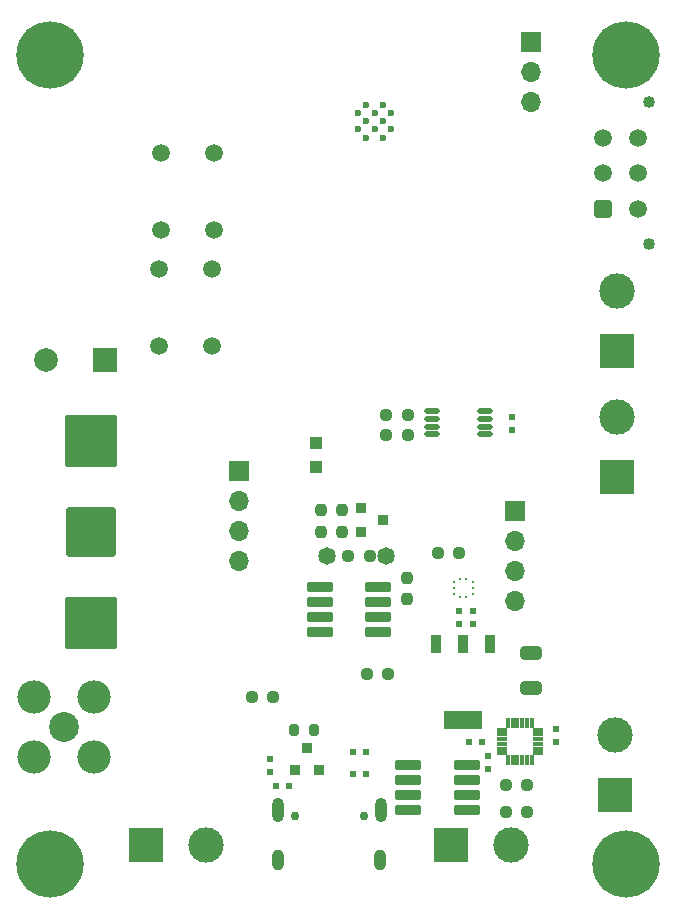
<source format=gbr>
%TF.GenerationSoftware,KiCad,Pcbnew,8.0.5*%
%TF.CreationDate,2025-03-30T22:56:12-04:00*%
%TF.ProjectId,TR3V4,54523356-342e-46b6-9963-61645f706362,rev?*%
%TF.SameCoordinates,Original*%
%TF.FileFunction,Soldermask,Bot*%
%TF.FilePolarity,Negative*%
%FSLAX46Y46*%
G04 Gerber Fmt 4.6, Leading zero omitted, Abs format (unit mm)*
G04 Created by KiCad (PCBNEW 8.0.5) date 2025-03-30 22:56:12*
%MOMM*%
%LPD*%
G01*
G04 APERTURE LIST*
G04 Aperture macros list*
%AMRoundRect*
0 Rectangle with rounded corners*
0 $1 Rounding radius*
0 $2 $3 $4 $5 $6 $7 $8 $9 X,Y pos of 4 corners*
0 Add a 4 corners polygon primitive as box body*
4,1,4,$2,$3,$4,$5,$6,$7,$8,$9,$2,$3,0*
0 Add four circle primitives for the rounded corners*
1,1,$1+$1,$2,$3*
1,1,$1+$1,$4,$5*
1,1,$1+$1,$6,$7*
1,1,$1+$1,$8,$9*
0 Add four rect primitives between the rounded corners*
20,1,$1+$1,$2,$3,$4,$5,0*
20,1,$1+$1,$4,$5,$6,$7,0*
20,1,$1+$1,$6,$7,$8,$9,0*
20,1,$1+$1,$8,$9,$2,$3,0*%
G04 Aperture macros list end*
%ADD10R,3.000000X3.000000*%
%ADD11C,3.000000*%
%ADD12RoundRect,0.237500X0.237500X-0.250000X0.237500X0.250000X-0.237500X0.250000X-0.237500X-0.250000X0*%
%ADD13RoundRect,0.056280X1.030720X0.345720X-1.030720X0.345720X-1.030720X-0.345720X1.030720X-0.345720X0*%
%ADD14C,5.700000*%
%ADD15C,1.484000*%
%ADD16R,1.000000X1.000000*%
%ADD17O,1.000000X1.800000*%
%ADD18O,1.000000X2.100000*%
%ADD19C,0.750000*%
%ADD20C,1.020000*%
%ADD21RoundRect,0.250001X0.499999X-0.499999X0.499999X0.499999X-0.499999X0.499999X-0.499999X-0.499999X0*%
%ADD22C,1.500000*%
%ADD23R,1.700000X1.700000*%
%ADD24O,1.700000X1.700000*%
%ADD25C,0.600000*%
%ADD26R,2.000000X2.000000*%
%ADD27C,2.000000*%
%ADD28C,1.498600*%
%ADD29C,2.529000*%
%ADD30C,2.829000*%
%ADD31O,1.350000X0.449999*%
%ADD32RoundRect,0.237500X0.250000X0.237500X-0.250000X0.237500X-0.250000X-0.237500X0.250000X-0.237500X0*%
%ADD33RoundRect,0.102000X-1.980000X1.980000X-1.980000X-1.980000X1.980000X-1.980000X1.980000X1.980000X0*%
%ADD34RoundRect,0.102000X-2.085000X2.085000X-2.085000X-2.085000X2.085000X-2.085000X2.085000X2.085000X0*%
%ADD35RoundRect,0.049250X0.147750X-0.372750X0.147750X0.372750X-0.147750X0.372750X-0.147750X-0.372750X0*%
%ADD36RoundRect,0.049250X0.147750X-0.375250X0.147750X0.375250X-0.147750X0.375250X-0.147750X-0.375250X0*%
%ADD37RoundRect,0.049250X0.147750X-0.370250X0.147750X0.370250X-0.147750X0.370250X-0.147750X-0.370250X0*%
%ADD38RoundRect,0.048000X0.144000X-0.374000X0.144000X0.374000X-0.144000X0.374000X-0.144000X-0.374000X0*%
%ADD39RoundRect,0.048000X0.374000X-0.144000X0.374000X0.144000X-0.374000X0.144000X-0.374000X-0.144000X0*%
%ADD40RoundRect,0.049250X0.372750X-0.147750X0.372750X0.147750X-0.372750X0.147750X-0.372750X-0.147750X0*%
%ADD41RoundRect,0.049250X0.370250X-0.147750X0.370250X0.147750X-0.370250X0.147750X-0.370250X-0.147750X0*%
%ADD42RoundRect,0.050500X0.151500X-0.371500X0.151500X0.371500X-0.151500X0.371500X-0.151500X-0.371500X0*%
%ADD43R,0.254000X0.279400*%
%ADD44R,0.254000X0.254000*%
%ADD45R,0.500000X0.605600*%
%ADD46RoundRect,0.237500X-0.237500X0.250000X-0.237500X-0.250000X0.237500X-0.250000X0.237500X0.250000X0*%
%ADD47R,0.889000X0.812800*%
%ADD48RoundRect,0.200000X-0.200000X-0.275000X0.200000X-0.275000X0.200000X0.275000X-0.200000X0.275000X0*%
%ADD49R,0.605600X0.500000*%
%ADD50RoundRect,0.237500X-0.250000X-0.237500X0.250000X-0.237500X0.250000X0.237500X-0.250000X0.237500X0*%
%ADD51R,0.900800X1.549400*%
%ADD52R,3.200400X1.549400*%
%ADD53RoundRect,0.250000X-0.650000X0.325000X-0.650000X-0.325000X0.650000X-0.325000X0.650000X0.325000X0*%
%ADD54R,0.609600X0.508000*%
%ADD55R,0.812800X0.889000*%
G04 APERTURE END LIST*
D10*
%TO.C,J5*%
X191008000Y-77216000D03*
D11*
X191008000Y-72136000D03*
%TD*%
D12*
%TO.C,R3*%
X173228000Y-98194500D03*
X173228000Y-96369500D03*
%TD*%
D13*
%TO.C,Q8*%
X170812000Y-97155000D03*
X170812000Y-98425000D03*
X170812000Y-99695000D03*
X170812000Y-100965000D03*
X165862000Y-100965000D03*
X165862000Y-99695000D03*
X165862000Y-98425000D03*
X165862000Y-97155000D03*
%TD*%
D14*
%TO.C,*%
X143000000Y-52130000D03*
%TD*%
D15*
%TO.C,LS1*%
X166450000Y-94500000D03*
X171450000Y-94500000D03*
%TD*%
D16*
%TO.C,TX2*%
X165500000Y-87000000D03*
%TD*%
D17*
%TO.C,J2*%
X162359996Y-120250000D03*
X171000000Y-120250000D03*
D18*
X162347347Y-116070000D03*
X171037649Y-116073350D03*
D19*
X163789998Y-116561600D03*
X169569998Y-116561600D03*
%TD*%
D20*
%TO.C,J6*%
X193750000Y-68134000D03*
X193750000Y-56134000D03*
D21*
X189810000Y-65134000D03*
D22*
X189810000Y-62134000D03*
X189810000Y-59134000D03*
X192810000Y-65134000D03*
X192810000Y-62134000D03*
X192810000Y-59134000D03*
%TD*%
D14*
%TO.C,*%
X191800000Y-120650000D03*
%TD*%
D23*
%TO.C,J3*%
X183750000Y-51042000D03*
D24*
X183750000Y-53582000D03*
X183750000Y-56122000D03*
%TD*%
D16*
%TO.C,RX2*%
X165500000Y-85000000D03*
%TD*%
D10*
%TO.C,SW1*%
X176990583Y-118970001D03*
D11*
X182070583Y-118970001D03*
%TD*%
D25*
%TO.C,U11*%
X169112000Y-57022000D03*
X169112000Y-58422000D03*
X169812000Y-56322000D03*
X169812000Y-57722000D03*
X169812000Y-59122000D03*
X170512000Y-57022000D03*
X170512000Y-58422000D03*
X171212000Y-56322000D03*
X171212000Y-57722000D03*
X171212000Y-59122000D03*
X171912000Y-57022000D03*
X171912000Y-58422000D03*
%TD*%
D26*
%TO.C,C3*%
X147655677Y-77978000D03*
D27*
X142655677Y-77978000D03*
%TD*%
D28*
%TO.C,SW4*%
X152390417Y-60412000D03*
X156890418Y-66912002D03*
X156890418Y-60412000D03*
X152390417Y-66912002D03*
%TD*%
D23*
%TO.C,J7*%
X159004000Y-87376000D03*
D24*
X159004000Y-89916000D03*
X159004000Y-92456000D03*
X159004000Y-94996000D03*
%TD*%
D14*
%TO.C,*%
X143000000Y-120650000D03*
%TD*%
D29*
%TO.C,AE1*%
X144210000Y-109021800D03*
D30*
X141670000Y-106481800D03*
X146750000Y-106481800D03*
X141670000Y-111561800D03*
X146750000Y-111561800D03*
%TD*%
D10*
%TO.C,J4*%
X190881000Y-114808000D03*
D11*
X190881000Y-109728000D03*
%TD*%
D10*
%TO.C,J1*%
X151170000Y-119000000D03*
D11*
X156250000Y-119000000D03*
%TD*%
D14*
%TO.C,*%
X191800000Y-52130000D03*
%TD*%
D28*
%TO.C,SW2*%
X156750000Y-70250000D03*
X156750000Y-76750002D03*
X152249999Y-70250000D03*
X152249999Y-76750002D03*
%TD*%
D31*
%TO.C,U9*%
X179832000Y-84246001D03*
X179832000Y-83596000D03*
X179832000Y-82946001D03*
X179832000Y-82296000D03*
X175381999Y-82296000D03*
X175381999Y-82946001D03*
X175381999Y-83596000D03*
X175381999Y-84246001D03*
%TD*%
D32*
%TO.C,R29*%
X177662500Y-94250000D03*
X175837500Y-94250000D03*
%TD*%
D12*
%TO.C,R4*%
X166000000Y-92500000D03*
X166000000Y-90675000D03*
%TD*%
D33*
%TO.C,BT1*%
X146500000Y-92500000D03*
D34*
X146500000Y-84815000D03*
X146500000Y-100185000D03*
%TD*%
D13*
%TO.C,Q6*%
X178300000Y-112200000D03*
X178300000Y-113470000D03*
X178300000Y-114740000D03*
X178300000Y-116010000D03*
X173350000Y-116010000D03*
X173350000Y-114740000D03*
X173350000Y-113470000D03*
X173350000Y-112200000D03*
%TD*%
D35*
%TO.C,U5*%
X183792500Y-111790000D03*
D36*
X183392500Y-111787500D03*
D35*
X182992500Y-111790000D03*
X182592500Y-111790000D03*
D37*
X182192500Y-111792500D03*
D38*
X181797500Y-111790000D03*
D39*
X181252500Y-111245000D03*
D40*
X181252500Y-110850000D03*
X181252500Y-110450000D03*
X181252500Y-110050000D03*
X181252500Y-109650000D03*
D41*
X181250000Y-109250000D03*
D35*
X181792500Y-108700000D03*
D36*
X182192500Y-108697500D03*
D37*
X182592500Y-108702500D03*
D38*
X182987500Y-108700000D03*
D42*
X183387500Y-108700000D03*
D38*
X183787500Y-108700000D03*
D40*
X184342500Y-109240000D03*
X184342500Y-109640000D03*
X184342500Y-110040000D03*
X184342500Y-110440000D03*
X184342500Y-110840000D03*
X184342500Y-111240000D03*
%TD*%
D43*
%TO.C,U8*%
X178273001Y-98010300D03*
X177773001Y-98010300D03*
D44*
X177250000Y-97749998D03*
X177250000Y-97249999D03*
X177250000Y-96750000D03*
D43*
X177773001Y-96489698D03*
X178273001Y-96489698D03*
D44*
X178796002Y-96750000D03*
X178796002Y-97249999D03*
X178796002Y-97749998D03*
%TD*%
D45*
%TO.C,C8*%
X161688798Y-112816600D03*
X161688798Y-111711000D03*
%TD*%
D46*
%TO.C,R5*%
X167750000Y-90675000D03*
X167750000Y-92500000D03*
%TD*%
D47*
%TO.C,Q1*%
X169360001Y-92524999D03*
X169360001Y-90475001D03*
X171250000Y-91500000D03*
%TD*%
D48*
%TO.C,R9*%
X163688798Y-109263800D03*
X165338798Y-109263800D03*
%TD*%
D49*
%TO.C,C9*%
X163294398Y-114013800D03*
X162188798Y-114013800D03*
%TD*%
D50*
%TO.C,R18*%
X171507000Y-84296000D03*
X173332000Y-84296000D03*
%TD*%
D51*
%TO.C,U10*%
X175700000Y-102000000D03*
X178000000Y-102000000D03*
X180300000Y-102000000D03*
D52*
X178000000Y-108451600D03*
%TD*%
D53*
%TO.C,C17*%
X183750000Y-102750000D03*
X183750000Y-105700000D03*
%TD*%
D32*
%TO.C,R6*%
X170075000Y-94500000D03*
X168250000Y-94500000D03*
%TD*%
%TO.C,R32*%
X183412500Y-116250000D03*
X181587500Y-116250000D03*
%TD*%
D54*
%TO.C,C11*%
X168688798Y-113013800D03*
X169780998Y-113013800D03*
%TD*%
D55*
%TO.C,Q5*%
X165774999Y-112694999D03*
X163725001Y-112694999D03*
X164750000Y-110805000D03*
%TD*%
D45*
%TO.C,C20*%
X185900000Y-110252800D03*
X185900000Y-109147200D03*
%TD*%
%TO.C,C14*%
X177673000Y-100279200D03*
X177673000Y-99173600D03*
%TD*%
D49*
%TO.C,C18*%
X178494400Y-110300000D03*
X179600000Y-110300000D03*
%TD*%
D50*
%TO.C,R20*%
X171469500Y-82621000D03*
X173294500Y-82621000D03*
%TD*%
D45*
%TO.C,C16*%
X182118000Y-82743200D03*
X182118000Y-83848800D03*
%TD*%
D32*
%TO.C,R26*%
X161912500Y-106500000D03*
X160087500Y-106500000D03*
%TD*%
D45*
%TO.C,C15*%
X178816000Y-99187000D03*
X178816000Y-100292600D03*
%TD*%
D50*
%TO.C,R27*%
X169837500Y-104500000D03*
X171662500Y-104500000D03*
%TD*%
D54*
%TO.C,C10*%
X168692698Y-111163800D03*
X169784898Y-111163800D03*
%TD*%
D45*
%TO.C,C19*%
X180100000Y-111500000D03*
X180100000Y-112605600D03*
%TD*%
D32*
%TO.C,R33*%
X183425000Y-113900000D03*
X181600000Y-113900000D03*
%TD*%
D23*
%TO.C,J8*%
X182372000Y-90688000D03*
D24*
X182372000Y-93228000D03*
X182372000Y-95768000D03*
X182372000Y-98308000D03*
%TD*%
D10*
%TO.C,J5*%
X191000000Y-87884000D03*
D11*
X191000000Y-82804000D03*
%TD*%
M02*

</source>
